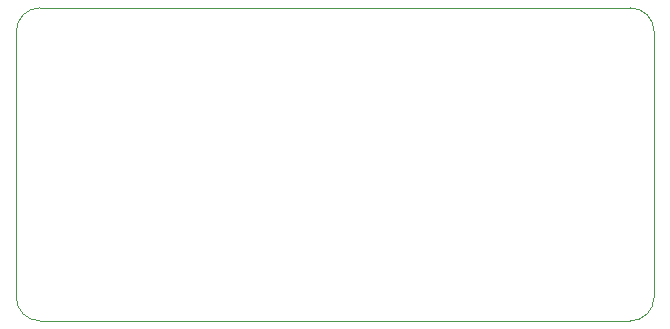
<source format=gbr>
%TF.GenerationSoftware,KiCad,Pcbnew,5.99.0+really5.1.10+dfsg1-1*%
%TF.CreationDate,2021-10-18T01:31:44-04:00*%
%TF.ProjectId,DebugDongle,44656275-6744-46f6-9e67-6c652e6b6963,rev?*%
%TF.SameCoordinates,Original*%
%TF.FileFunction,Profile,NP*%
%FSLAX46Y46*%
G04 Gerber Fmt 4.6, Leading zero omitted, Abs format (unit mm)*
G04 Created by KiCad (PCBNEW 5.99.0+really5.1.10+dfsg1-1) date 2021-10-18 01:31:44*
%MOMM*%
%LPD*%
G01*
G04 APERTURE LIST*
%TA.AperFunction,Profile*%
%ADD10C,0.050000*%
%TD*%
G04 APERTURE END LIST*
D10*
X130000000Y-93000000D02*
G75*
G02*
X128000000Y-91000000I0J2000000D01*
G01*
X128000000Y-68500000D02*
G75*
G02*
X130000000Y-66500000I2000000J0D01*
G01*
X182000000Y-91000000D02*
G75*
G02*
X180000000Y-93000000I-2000000J0D01*
G01*
X180000000Y-66500000D02*
G75*
G02*
X182000000Y-68500000I0J-2000000D01*
G01*
X182000000Y-91000000D02*
X182000000Y-68500000D01*
X130000000Y-93000000D02*
X180000000Y-93000000D01*
X128000000Y-68500000D02*
X128000000Y-91000000D01*
X180000000Y-66500000D02*
X130000000Y-66500000D01*
M02*

</source>
